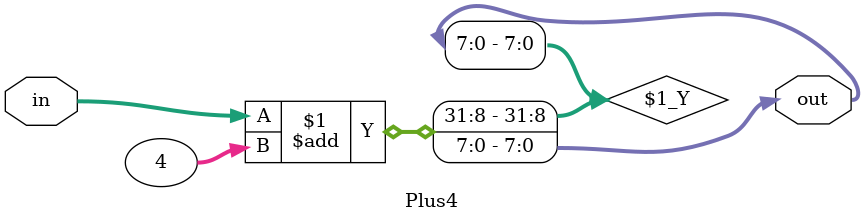
<source format=sv>


/*
* Modulo para sumar 4 a la entrada
*/
module Plus4 #(N = 8) (input logic [N-1:0] in,
							  output logic [N-1:0] out);
	
	assign out = in + 4;
	
endmodule 
</source>
